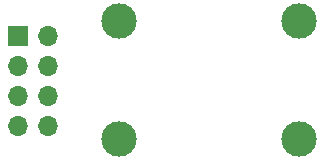
<source format=gts>
%TF.GenerationSoftware,KiCad,Pcbnew,(5.1.8-0-10_14)*%
%TF.CreationDate,2021-07-20T13:17:47+01:00*%
%TF.ProjectId,banana-bread-board-helper,62616e61-6e61-42d6-9272-6561642d626f,rev?*%
%TF.SameCoordinates,Original*%
%TF.FileFunction,Soldermask,Top*%
%TF.FilePolarity,Negative*%
%FSLAX46Y46*%
G04 Gerber Fmt 4.6, Leading zero omitted, Abs format (unit mm)*
G04 Created by KiCad (PCBNEW (5.1.8-0-10_14)) date 2021-07-20 13:17:47*
%MOMM*%
%LPD*%
G01*
G04 APERTURE LIST*
%ADD10R,1.700000X1.700000*%
%ADD11O,1.700000X1.700000*%
%ADD12C,3.000000*%
G04 APERTURE END LIST*
D10*
%TO.C,J3*%
X130460000Y-95750000D03*
D11*
X133000000Y-95750000D03*
X130460000Y-98290000D03*
X133000000Y-98290000D03*
X130460000Y-100830000D03*
X133000000Y-100830000D03*
X130460000Y-103370000D03*
X133000000Y-103370000D03*
%TD*%
D12*
%TO.C,J2*%
X139000000Y-104500000D03*
X154300000Y-104500000D03*
%TD*%
%TO.C,J1*%
X139000000Y-94500000D03*
X154300000Y-94500000D03*
%TD*%
M02*

</source>
